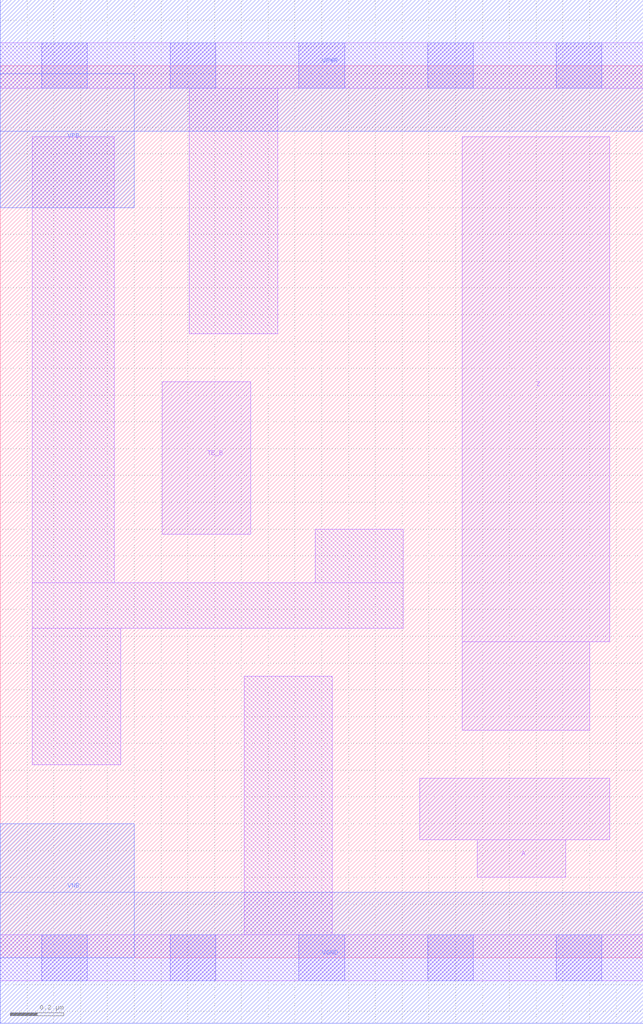
<source format=lef>
# Copyright 2020 The SkyWater PDK Authors
#
# Licensed under the Apache License, Version 2.0 (the "License");
# you may not use this file except in compliance with the License.
# You may obtain a copy of the License at
#
#     https://www.apache.org/licenses/LICENSE-2.0
#
# Unless required by applicable law or agreed to in writing, software
# distributed under the License is distributed on an "AS IS" BASIS,
# WITHOUT WARRANTIES OR CONDITIONS OF ANY KIND, either express or implied.
# See the License for the specific language governing permissions and
# limitations under the License.
#
# SPDX-License-Identifier: Apache-2.0

VERSION 5.5 ;
NAMESCASESENSITIVE ON ;
BUSBITCHARS "[]" ;
DIVIDERCHAR "/" ;
MACRO sky130_fd_sc_lp__einvn_lp
  CLASS CORE ;
  SOURCE USER ;
  ORIGIN  0.000000  0.000000 ;
  SIZE  2.400000 BY  3.330000 ;
  SYMMETRY X Y R90 ;
  SITE unit ;
  PIN A
    ANTENNAGATEAREA  0.313000 ;
    DIRECTION INPUT ;
    USE SIGNAL ;
    PORT
      LAYER li1 ;
        RECT 1.565000 0.440000 2.275000 0.670000 ;
        RECT 1.780000 0.300000 2.110000 0.440000 ;
    END
  END A
  PIN TE_B
    ANTENNAGATEAREA  0.626000 ;
    DIRECTION INPUT ;
    USE SIGNAL ;
    PORT
      LAYER li1 ;
        RECT 0.605000 1.580000 0.935000 2.150000 ;
    END
  END TE_B
  PIN Z
    ANTENNADIFFAREA  0.404700 ;
    DIRECTION OUTPUT ;
    USE SIGNAL ;
    PORT
      LAYER li1 ;
        RECT 1.725000 0.850000 2.200000 1.180000 ;
        RECT 1.725000 1.180000 2.275000 3.065000 ;
    END
  END Z
  PIN VGND
    DIRECTION INOUT ;
    USE GROUND ;
    PORT
      LAYER met1 ;
        RECT 0.000000 -0.245000 2.400000 0.245000 ;
    END
  END VGND
  PIN VNB
    DIRECTION INOUT ;
    USE GROUND ;
    PORT
    END
  END VNB
  PIN VPB
    DIRECTION INOUT ;
    USE POWER ;
    PORT
    END
  END VPB
  PIN VNB
    DIRECTION INOUT ;
    USE GROUND ;
    PORT
      LAYER met1 ;
        RECT 0.000000 0.000000 0.500000 0.500000 ;
    END
  END VNB
  PIN VPB
    DIRECTION INOUT ;
    USE POWER ;
    PORT
      LAYER met1 ;
        RECT 0.000000 2.800000 0.500000 3.300000 ;
    END
  END VPB
  PIN VPWR
    DIRECTION INOUT ;
    USE POWER ;
    PORT
      LAYER met1 ;
        RECT 0.000000 3.085000 2.400000 3.575000 ;
    END
  END VPWR
  OBS
    LAYER li1 ;
      RECT 0.000000 -0.085000 2.400000 0.085000 ;
      RECT 0.000000  3.245000 2.400000 3.415000 ;
      RECT 0.120000  0.720000 0.450000 1.230000 ;
      RECT 0.120000  1.230000 1.505000 1.400000 ;
      RECT 0.120000  1.400000 0.425000 3.065000 ;
      RECT 0.705000  2.330000 1.035000 3.245000 ;
      RECT 0.910000  0.085000 1.240000 1.050000 ;
      RECT 1.175000  1.400000 1.505000 1.600000 ;
    LAYER mcon ;
      RECT 0.155000 -0.085000 0.325000 0.085000 ;
      RECT 0.155000  3.245000 0.325000 3.415000 ;
      RECT 0.635000 -0.085000 0.805000 0.085000 ;
      RECT 0.635000  3.245000 0.805000 3.415000 ;
      RECT 1.115000 -0.085000 1.285000 0.085000 ;
      RECT 1.115000  3.245000 1.285000 3.415000 ;
      RECT 1.595000 -0.085000 1.765000 0.085000 ;
      RECT 1.595000  3.245000 1.765000 3.415000 ;
      RECT 2.075000 -0.085000 2.245000 0.085000 ;
      RECT 2.075000  3.245000 2.245000 3.415000 ;
  END
END sky130_fd_sc_lp__einvn_lp
END LIBRARY

</source>
